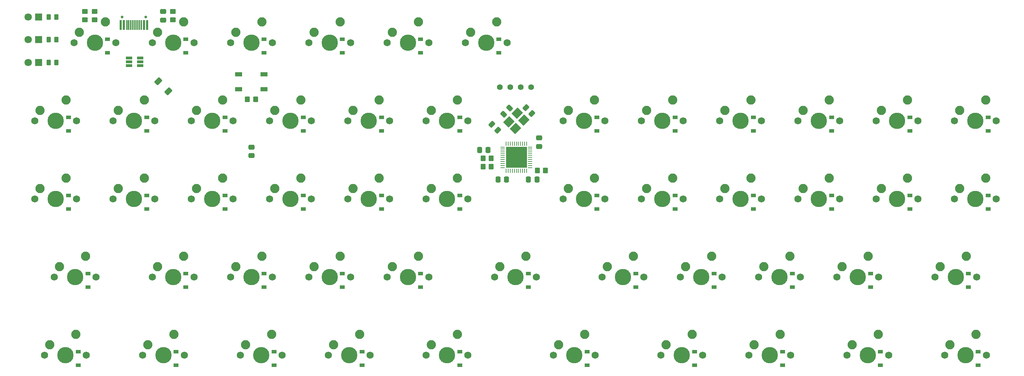
<source format=gbs>
G04 #@! TF.GenerationSoftware,KiCad,Pcbnew,(6.0.5)*
G04 #@! TF.CreationDate,2023-01-07T12:48:09-05:00*
G04 #@! TF.ProjectId,V4N4LPH4G0N-rounded,56344e34-4c50-4483-9447-304e2d726f75,rev?*
G04 #@! TF.SameCoordinates,Original*
G04 #@! TF.FileFunction,Soldermask,Bot*
G04 #@! TF.FilePolarity,Negative*
%FSLAX46Y46*%
G04 Gerber Fmt 4.6, Leading zero omitted, Abs format (unit mm)*
G04 Created by KiCad (PCBNEW (6.0.5)) date 2023-01-07 12:48:09*
%MOMM*%
%LPD*%
G01*
G04 APERTURE LIST*
G04 Aperture macros list*
%AMRoundRect*
0 Rectangle with rounded corners*
0 $1 Rounding radius*
0 $2 $3 $4 $5 $6 $7 $8 $9 X,Y pos of 4 corners*
0 Add a 4 corners polygon primitive as box body*
4,1,4,$2,$3,$4,$5,$6,$7,$8,$9,$2,$3,0*
0 Add four circle primitives for the rounded corners*
1,1,$1+$1,$2,$3*
1,1,$1+$1,$4,$5*
1,1,$1+$1,$6,$7*
1,1,$1+$1,$8,$9*
0 Add four rect primitives between the rounded corners*
20,1,$1+$1,$2,$3,$4,$5,0*
20,1,$1+$1,$4,$5,$6,$7,0*
20,1,$1+$1,$6,$7,$8,$9,0*
20,1,$1+$1,$8,$9,$2,$3,0*%
%AMRotRect*
0 Rectangle, with rotation*
0 The origin of the aperture is its center*
0 $1 length*
0 $2 width*
0 $3 Rotation angle, in degrees counterclockwise*
0 Add horizontal line*
21,1,$1,$2,0,0,$3*%
G04 Aperture macros list end*
%ADD10C,3.987800*%
%ADD11C,1.750000*%
%ADD12C,2.250000*%
%ADD13R,1.800000X1.800000*%
%ADD14C,1.800000*%
%ADD15C,1.397000*%
%ADD16R,1.200000X0.900000*%
%ADD17RoundRect,0.250000X0.262500X0.450000X-0.262500X0.450000X-0.262500X-0.450000X0.262500X-0.450000X0*%
%ADD18RoundRect,0.250000X-0.350000X-0.450000X0.350000X-0.450000X0.350000X0.450000X-0.350000X0.450000X0*%
%ADD19RotRect,2.100000X1.800000X225.000000*%
%ADD20RoundRect,0.250000X0.475000X-0.337500X0.475000X0.337500X-0.475000X0.337500X-0.475000X-0.337500X0*%
%ADD21RoundRect,0.250000X-0.337500X-0.475000X0.337500X-0.475000X0.337500X0.475000X-0.337500X0.475000X0*%
%ADD22RoundRect,0.250000X0.350000X0.450000X-0.350000X0.450000X-0.350000X-0.450000X0.350000X-0.450000X0*%
%ADD23RoundRect,0.062500X-0.475000X-0.062500X0.475000X-0.062500X0.475000X0.062500X-0.475000X0.062500X0*%
%ADD24RoundRect,0.062500X-0.062500X-0.475000X0.062500X-0.475000X0.062500X0.475000X-0.062500X0.475000X0*%
%ADD25R,5.200000X5.200000*%
%ADD26R,1.800000X1.100000*%
%ADD27RoundRect,0.250000X0.097227X-0.574524X0.574524X-0.097227X-0.097227X0.574524X-0.574524X0.097227X0*%
%ADD28RoundRect,0.250000X0.337500X0.475000X-0.337500X0.475000X-0.337500X-0.475000X0.337500X-0.475000X0*%
%ADD29RoundRect,0.250000X-0.450000X0.350000X-0.450000X-0.350000X0.450000X-0.350000X0.450000X0.350000X0*%
%ADD30RoundRect,0.250000X-0.475000X0.337500X-0.475000X-0.337500X0.475000X-0.337500X0.475000X0.337500X0*%
%ADD31C,0.650000*%
%ADD32R,0.600000X2.450000*%
%ADD33R,0.300000X2.450000*%
%ADD34R,1.560000X0.650000*%
%ADD35RoundRect,0.250000X0.574524X0.097227X0.097227X0.574524X-0.574524X-0.097227X-0.097227X-0.574524X0*%
%ADD36RoundRect,0.210527X-0.745252X-0.194454X-0.194454X-0.745252X0.745252X0.194454X0.194454X0.745252X0*%
G04 APERTURE END LIST*
D10*
X102393750Y-104457500D03*
D11*
X97313750Y-104457500D03*
X107473750Y-104457500D03*
D12*
X98583750Y-101917500D03*
X104933750Y-99377500D03*
D11*
X66992500Y-123507500D03*
D10*
X61912500Y-123507500D03*
D11*
X56832500Y-123507500D03*
D12*
X58102500Y-120967500D03*
X64452500Y-118427500D03*
D10*
X121443750Y-104457500D03*
D11*
X116363750Y-104457500D03*
X126523750Y-104457500D03*
D12*
X117633750Y-101917500D03*
X123983750Y-99377500D03*
D11*
X236061250Y-104457500D03*
D10*
X230981250Y-104457500D03*
D11*
X225901250Y-104457500D03*
D12*
X227171250Y-101917500D03*
X233521250Y-99377500D03*
D11*
X178276250Y-85407500D03*
D10*
X183356250Y-85407500D03*
D11*
X188436250Y-85407500D03*
D12*
X179546250Y-82867500D03*
X185896250Y-80327500D03*
D11*
X226536250Y-66357500D03*
X216376250Y-66357500D03*
D10*
X221456250Y-66357500D03*
D12*
X217646250Y-63817500D03*
X223996250Y-61277500D03*
D11*
X112236250Y-123507500D03*
X102076250Y-123507500D03*
D10*
X107156250Y-123507500D03*
D12*
X103346250Y-120967500D03*
X109696250Y-118427500D03*
D11*
X40798750Y-66357500D03*
X30638750Y-66357500D03*
D10*
X35718750Y-66357500D03*
D12*
X31908750Y-63817500D03*
X38258750Y-61277500D03*
D11*
X145573750Y-47307500D03*
X135413750Y-47307500D03*
D10*
X140493750Y-47307500D03*
D12*
X136683750Y-44767500D03*
X143033750Y-42227500D03*
D10*
X209550000Y-123507500D03*
D11*
X214630000Y-123507500D03*
X204470000Y-123507500D03*
D12*
X205740000Y-120967500D03*
X212090000Y-118427500D03*
D11*
X245586250Y-66357500D03*
D10*
X240506250Y-66357500D03*
D11*
X235426250Y-66357500D03*
D12*
X236696250Y-63817500D03*
X243046250Y-61277500D03*
D10*
X54768750Y-66357500D03*
D11*
X49688750Y-66357500D03*
X59848750Y-66357500D03*
D12*
X50958750Y-63817500D03*
X57308750Y-61277500D03*
D10*
X121443750Y-47307500D03*
D11*
X116363750Y-47307500D03*
X126523750Y-47307500D03*
D12*
X117633750Y-44767500D03*
X123983750Y-42227500D03*
D13*
X31529966Y-52092637D03*
D14*
X28989966Y-52092637D03*
D11*
X197326250Y-66357500D03*
X207486250Y-66357500D03*
D10*
X202406250Y-66357500D03*
D12*
X198596250Y-63817500D03*
X204946250Y-61277500D03*
D10*
X211931250Y-104457500D03*
D11*
X217011250Y-104457500D03*
X206851250Y-104457500D03*
D12*
X208121250Y-101917500D03*
X214471250Y-99377500D03*
D11*
X40163750Y-47307500D03*
X50323750Y-47307500D03*
D10*
X45243750Y-47307500D03*
D12*
X41433750Y-44767500D03*
X47783750Y-42227500D03*
D11*
X262255000Y-123507500D03*
X252095000Y-123507500D03*
D10*
X257175000Y-123507500D03*
D12*
X253365000Y-120967500D03*
X259715000Y-118427500D03*
D11*
X226536250Y-85407500D03*
D10*
X221456250Y-85407500D03*
D11*
X216376250Y-85407500D03*
D12*
X217646250Y-82867500D03*
X223996250Y-80327500D03*
D11*
X188436250Y-66357500D03*
X178276250Y-66357500D03*
D10*
X183356250Y-66357500D03*
D12*
X179546250Y-63817500D03*
X185896250Y-61277500D03*
D11*
X49688750Y-85407500D03*
X59848750Y-85407500D03*
D10*
X54768750Y-85407500D03*
D12*
X50958750Y-82867500D03*
X57308750Y-80327500D03*
D10*
X83343750Y-47307500D03*
D11*
X78263750Y-47307500D03*
X88423750Y-47307500D03*
D12*
X79533750Y-44767500D03*
X85883750Y-42227500D03*
D10*
X92868750Y-85407500D03*
D11*
X87788750Y-85407500D03*
X97948750Y-85407500D03*
D12*
X89058750Y-82867500D03*
X95408750Y-80327500D03*
D11*
X90805000Y-123507500D03*
D10*
X85725000Y-123507500D03*
D11*
X80645000Y-123507500D03*
D12*
X81915000Y-120967500D03*
X88265000Y-118427500D03*
D13*
X31529966Y-46571537D03*
D14*
X28989966Y-46571537D03*
D11*
X78898750Y-85407500D03*
D10*
X73818750Y-85407500D03*
D11*
X68738750Y-85407500D03*
D12*
X70008750Y-82867500D03*
X76358750Y-80327500D03*
D11*
X235426250Y-85407500D03*
X245586250Y-85407500D03*
D10*
X240506250Y-85407500D03*
D12*
X236696250Y-82867500D03*
X243046250Y-80327500D03*
D11*
X169386250Y-85407500D03*
X159226250Y-85407500D03*
D10*
X164306250Y-85407500D03*
D12*
X160496250Y-82867500D03*
X166846250Y-80327500D03*
D11*
X59213750Y-104457500D03*
D10*
X64293750Y-104457500D03*
D11*
X69373750Y-104457500D03*
D12*
X60483750Y-101917500D03*
X66833750Y-99377500D03*
D10*
X130968750Y-123507500D03*
D11*
X125888750Y-123507500D03*
X136048750Y-123507500D03*
D12*
X127158750Y-120967500D03*
X133508750Y-118427500D03*
D11*
X168751250Y-104457500D03*
D10*
X173831250Y-104457500D03*
D11*
X178911250Y-104457500D03*
D12*
X170021250Y-101917500D03*
X176371250Y-99377500D03*
D10*
X130968750Y-66357500D03*
D11*
X125888750Y-66357500D03*
X136048750Y-66357500D03*
D12*
X127158750Y-63817500D03*
X133508750Y-61277500D03*
D11*
X30638750Y-85407500D03*
D10*
X35718750Y-85407500D03*
D11*
X40798750Y-85407500D03*
D12*
X31908750Y-82867500D03*
X38258750Y-80327500D03*
D11*
X107473750Y-47307500D03*
X97313750Y-47307500D03*
D10*
X102393750Y-47307500D03*
D12*
X98583750Y-44767500D03*
X104933750Y-42227500D03*
D13*
X31529966Y-41050437D03*
D14*
X28989966Y-41050437D03*
D11*
X45561250Y-104457500D03*
X35401250Y-104457500D03*
D10*
X40481250Y-104457500D03*
D12*
X36671250Y-101917500D03*
X43021250Y-99377500D03*
D11*
X68738750Y-66357500D03*
X78898750Y-66357500D03*
D10*
X73818750Y-66357500D03*
D12*
X70008750Y-63817500D03*
X76358750Y-61277500D03*
D11*
X136048750Y-85407500D03*
D10*
X130968750Y-85407500D03*
D11*
X125888750Y-85407500D03*
D12*
X127158750Y-82867500D03*
X133508750Y-80327500D03*
D10*
X259556250Y-66357500D03*
D11*
X264636250Y-66357500D03*
X254476250Y-66357500D03*
D12*
X255746250Y-63817500D03*
X262096250Y-61277500D03*
D11*
X106838750Y-66357500D03*
X116998750Y-66357500D03*
D10*
X111918750Y-66357500D03*
D12*
X108108750Y-63817500D03*
X114458750Y-61277500D03*
D10*
X259556250Y-85407500D03*
D11*
X254476250Y-85407500D03*
X264636250Y-85407500D03*
D12*
X255746250Y-82867500D03*
X262096250Y-80327500D03*
D11*
X69373750Y-47307500D03*
D10*
X64293750Y-47307500D03*
D11*
X59213750Y-47307500D03*
D12*
X60483750Y-44767500D03*
X66833750Y-42227500D03*
D11*
X249713750Y-104457500D03*
D10*
X254793750Y-104457500D03*
D11*
X259873750Y-104457500D03*
D12*
X250983750Y-101917500D03*
X257333750Y-99377500D03*
D11*
X197961250Y-104457500D03*
X187801250Y-104457500D03*
D10*
X192881250Y-104457500D03*
D12*
X189071250Y-101917500D03*
X195421250Y-99377500D03*
D11*
X167005000Y-123507500D03*
D10*
X161925000Y-123507500D03*
D11*
X156845000Y-123507500D03*
D12*
X158115000Y-120967500D03*
X164465000Y-118427500D03*
D15*
X151447500Y-58152500D03*
X148907500Y-58152500D03*
X146367500Y-58152500D03*
X143827500Y-58152500D03*
D11*
X33020000Y-123507500D03*
D10*
X38100000Y-123507500D03*
D11*
X43180000Y-123507500D03*
D12*
X34290000Y-120967500D03*
X40640000Y-118427500D03*
D10*
X233362500Y-123507500D03*
D11*
X238442500Y-123507500D03*
X228282500Y-123507500D03*
D12*
X229552500Y-120967500D03*
X235902500Y-118427500D03*
D11*
X116998750Y-85407500D03*
X106838750Y-85407500D03*
D10*
X111918750Y-85407500D03*
D12*
X108108750Y-82867500D03*
X114458750Y-80327500D03*
D10*
X188118750Y-123507500D03*
D11*
X193198750Y-123507500D03*
X183038750Y-123507500D03*
D12*
X184308750Y-120967500D03*
X190658750Y-118427500D03*
D11*
X159226250Y-66357500D03*
X169386250Y-66357500D03*
D10*
X164306250Y-66357500D03*
D12*
X160496250Y-63817500D03*
X166846250Y-61277500D03*
D11*
X142557500Y-104457500D03*
X152717500Y-104457500D03*
D10*
X147637500Y-104457500D03*
D12*
X143827500Y-101917500D03*
X150177500Y-99377500D03*
D11*
X88423750Y-104457500D03*
X78263750Y-104457500D03*
D10*
X83343750Y-104457500D03*
D12*
X79533750Y-101917500D03*
X85883750Y-99377500D03*
D10*
X202406250Y-85407500D03*
D11*
X207486250Y-85407500D03*
X197326250Y-85407500D03*
D12*
X198596250Y-82867500D03*
X204946250Y-80327500D03*
D11*
X87788750Y-66357500D03*
D10*
X92868750Y-66357500D03*
D11*
X97948750Y-66357500D03*
D12*
X89058750Y-63817500D03*
X95408750Y-61277500D03*
D16*
X86444380Y-106901250D03*
X86444380Y-103601250D03*
D17*
X35837500Y-46571537D03*
X34012500Y-46571537D03*
D16*
X124545956Y-49751250D03*
X124545956Y-46451250D03*
D18*
X139730000Y-75528753D03*
X141730000Y-75528753D03*
D19*
X149682228Y-66145368D03*
X147631618Y-68195978D03*
X146005272Y-66569632D03*
X148055882Y-64519022D03*
D20*
X61876830Y-41760050D03*
X61876830Y-39685050D03*
D16*
X105495168Y-106901250D03*
X105495168Y-103601250D03*
X165030876Y-125951250D03*
X165030876Y-122651250D03*
X262657762Y-87851250D03*
X262657762Y-84551250D03*
X186457762Y-87851250D03*
X186457762Y-84551250D03*
X76912189Y-87851250D03*
X76912189Y-84551250D03*
X262657762Y-68801250D03*
X262657762Y-65501250D03*
X134068021Y-125951250D03*
X134068021Y-122651250D03*
X191214166Y-125951250D03*
X191214166Y-122651250D03*
X48343592Y-49751250D03*
X48343592Y-46451250D03*
D21*
X143387500Y-80645000D03*
X145462500Y-80645000D03*
D16*
X260272325Y-125951250D03*
X260272325Y-122651250D03*
X67393592Y-49751250D03*
X67393592Y-46451250D03*
X41195742Y-125951250D03*
X41195742Y-122651250D03*
D22*
X154942541Y-78474835D03*
X152942541Y-78474835D03*
D16*
X243607762Y-87851250D03*
X243607762Y-84551250D03*
D23*
X144506250Y-77747322D03*
X144506250Y-77247322D03*
X144506250Y-76747322D03*
X144506250Y-76247322D03*
X144506250Y-75747322D03*
X144506250Y-75247322D03*
X144506250Y-74747322D03*
X144506250Y-74247322D03*
X144506250Y-73747322D03*
X144506250Y-73247322D03*
X144506250Y-72747322D03*
D24*
X145343750Y-71909822D03*
X145843750Y-71909822D03*
X146343750Y-71909822D03*
X146843750Y-71909822D03*
X147343750Y-71909822D03*
X147843750Y-71909822D03*
X148343750Y-71909822D03*
X148843750Y-71909822D03*
X149343750Y-71909822D03*
X149843750Y-71909822D03*
X150343750Y-71909822D03*
D23*
X151181250Y-72747322D03*
X151181250Y-73247322D03*
X151181250Y-73747322D03*
X151181250Y-74247322D03*
X151181250Y-74747322D03*
X151181250Y-75247322D03*
X151181250Y-75747322D03*
X151181250Y-76247322D03*
X151181250Y-76747322D03*
X151181250Y-77247322D03*
X151181250Y-77747322D03*
D24*
X150343750Y-78584822D03*
X149843750Y-78584822D03*
X149343750Y-78584822D03*
X148843750Y-78584822D03*
X148343750Y-78584822D03*
X147843750Y-78584822D03*
X147343750Y-78584822D03*
X146843750Y-78584822D03*
X146343750Y-78584822D03*
X145843750Y-78584822D03*
X145343750Y-78584822D03*
D25*
X147843750Y-75247322D03*
D16*
X67393592Y-106901250D03*
X67393592Y-103601250D03*
X257887642Y-106901250D03*
X257887642Y-103601250D03*
D26*
X80243750Y-54982500D03*
X86443750Y-54982500D03*
X86443750Y-58682500D03*
X80243750Y-58682500D03*
D27*
X144728877Y-64709873D03*
X146196123Y-63242627D03*
D17*
X35837500Y-52092637D03*
X34012500Y-52092637D03*
D16*
X57862885Y-68801250D03*
X57862885Y-65501250D03*
D28*
X140943750Y-73501250D03*
X138868750Y-73501250D03*
D16*
X38813581Y-87851250D03*
X38813581Y-84551250D03*
D29*
X64258080Y-39722550D03*
X64258080Y-41722550D03*
D16*
X212645742Y-125951250D03*
X212645742Y-122651250D03*
X224557762Y-68801250D03*
X224557762Y-65501250D03*
D20*
X153384299Y-72616304D03*
X153384299Y-70541304D03*
D16*
X95961493Y-68801250D03*
X95961493Y-65501250D03*
X167407762Y-68801250D03*
X167407762Y-65501250D03*
D30*
X83343750Y-72781250D03*
X83343750Y-74856250D03*
D16*
X134060102Y-87851250D03*
X134060102Y-84551250D03*
X110262849Y-125951250D03*
X110262849Y-122651250D03*
D29*
X42826830Y-39722550D03*
X42826830Y-41722550D03*
D16*
X243607762Y-68801250D03*
X243607762Y-65501250D03*
X205507762Y-87851250D03*
X205507762Y-84551250D03*
D17*
X35837500Y-41050437D03*
X34012500Y-41050437D03*
D16*
X195986610Y-106901250D03*
X195986610Y-103601250D03*
D29*
X45208080Y-39722550D03*
X45208080Y-41722550D03*
D31*
X51878750Y-41027334D03*
X57658750Y-41027334D03*
D32*
X51543750Y-42972334D03*
X52318750Y-42972334D03*
D33*
X53018750Y-42972334D03*
X53518750Y-42972334D03*
X54018750Y-42972334D03*
X54518750Y-42972334D03*
X55018750Y-42972334D03*
X55518750Y-42972334D03*
X56018750Y-42972334D03*
X56518750Y-42972334D03*
D32*
X57218750Y-42972334D03*
X57993750Y-42972334D03*
D16*
X150745230Y-106901250D03*
X150745230Y-103601250D03*
X76912189Y-68801250D03*
X76912189Y-65501250D03*
X224557762Y-87851250D03*
X224557762Y-84551250D03*
X124545956Y-106901250D03*
X124545956Y-103601250D03*
X215037400Y-106901250D03*
X215037400Y-103601250D03*
D34*
X53588348Y-52910315D03*
X53588348Y-51960315D03*
X53588348Y-51010315D03*
X56288348Y-51010315D03*
X56288348Y-51960315D03*
X56288348Y-52910315D03*
D35*
X151630374Y-64587874D03*
X150163128Y-63120628D03*
D16*
X234088190Y-106901250D03*
X234088190Y-103601250D03*
X205507762Y-68801250D03*
X205507762Y-65501250D03*
X134060102Y-68801250D03*
X134060102Y-65501250D03*
D36*
X60710418Y-56741668D03*
X63114582Y-59145832D03*
D16*
X115010797Y-68801250D03*
X115010797Y-65501250D03*
X43574596Y-106901250D03*
X43574596Y-103601250D03*
X88829548Y-125951250D03*
X88829548Y-122651250D03*
X176935820Y-106901250D03*
X176935820Y-103601250D03*
X167407762Y-87851250D03*
X167407762Y-84551250D03*
X105495168Y-49751250D03*
X105495168Y-46451250D03*
X115010797Y-87851250D03*
X115010797Y-84551250D03*
X186457762Y-68801250D03*
X186457762Y-65501250D03*
D18*
X139730000Y-77560753D03*
X141730000Y-77560753D03*
D22*
X84343750Y-61118750D03*
X82343750Y-61118750D03*
D16*
X95961493Y-87851250D03*
X95961493Y-84551250D03*
X57862885Y-87851250D03*
X57862885Y-84551250D03*
X143595956Y-49751250D03*
X143595956Y-46451250D03*
X86444380Y-49751250D03*
X86444380Y-46451250D03*
X38813581Y-68801250D03*
X38813581Y-65501250D03*
D35*
X143331257Y-68666217D03*
X141864011Y-67198971D03*
D28*
X152850000Y-80645000D03*
X150775000Y-80645000D03*
D16*
X65014113Y-125951250D03*
X65014113Y-122651250D03*
X236464395Y-125951250D03*
X236464395Y-122651250D03*
M02*

</source>
